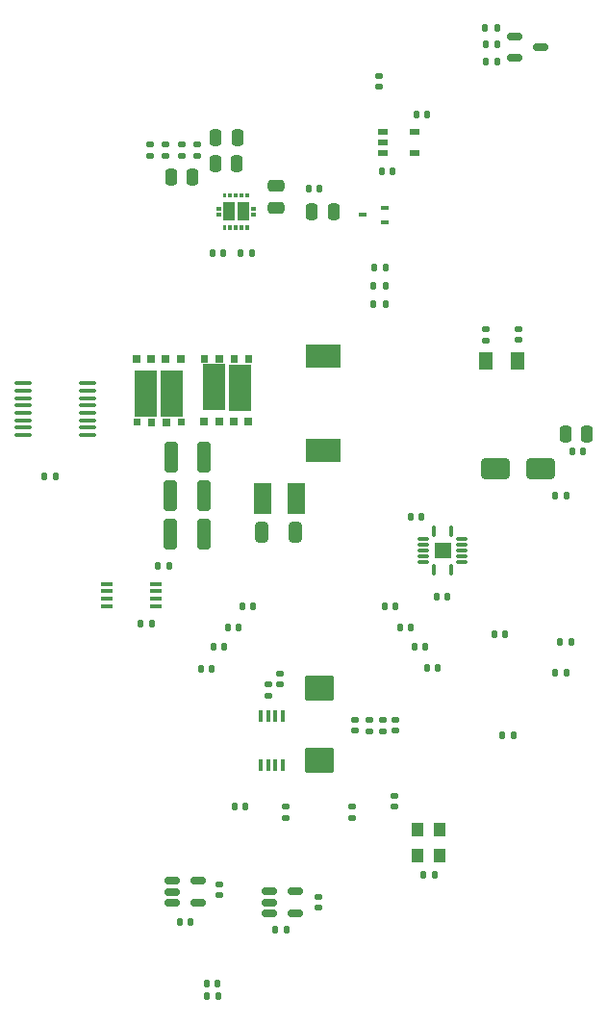
<source format=gbr>
%TF.GenerationSoftware,KiCad,Pcbnew,7.0.2*%
%TF.CreationDate,2024-01-11T01:28:16+01:00*%
%TF.ProjectId,bitaxe_RGZ_204_MOD_C,62697461-7865-45f5-9247-5a5f3230345f,rev?*%
%TF.SameCoordinates,Original*%
%TF.FileFunction,Paste,Top*%
%TF.FilePolarity,Positive*%
%FSLAX46Y46*%
G04 Gerber Fmt 4.6, Leading zero omitted, Abs format (unit mm)*
G04 Created by KiCad (PCBNEW 7.0.2) date 2024-01-11 01:28:16*
%MOMM*%
%LPD*%
G01*
G04 APERTURE LIST*
G04 Aperture macros list*
%AMRoundRect*
0 Rectangle with rounded corners*
0 $1 Rounding radius*
0 $2 $3 $4 $5 $6 $7 $8 $9 X,Y pos of 4 corners*
0 Add a 4 corners polygon primitive as box body*
4,1,4,$2,$3,$4,$5,$6,$7,$8,$9,$2,$3,0*
0 Add four circle primitives for the rounded corners*
1,1,$1+$1,$2,$3*
1,1,$1+$1,$4,$5*
1,1,$1+$1,$6,$7*
1,1,$1+$1,$8,$9*
0 Add four rect primitives between the rounded corners*
20,1,$1+$1,$2,$3,$4,$5,0*
20,1,$1+$1,$4,$5,$6,$7,0*
20,1,$1+$1,$6,$7,$8,$9,0*
20,1,$1+$1,$8,$9,$2,$3,0*%
G04 Aperture macros list end*
%ADD10C,0.010000*%
%ADD11C,0.100000*%
%ADD12C,0.001000*%
%ADD13RoundRect,0.250000X0.250000X0.475000X-0.250000X0.475000X-0.250000X-0.475000X0.250000X-0.475000X0*%
%ADD14RoundRect,0.140000X0.140000X0.170000X-0.140000X0.170000X-0.140000X-0.170000X0.140000X-0.170000X0*%
%ADD15RoundRect,0.250000X-1.000000X-0.650000X1.000000X-0.650000X1.000000X0.650000X-1.000000X0.650000X0*%
%ADD16RoundRect,0.100000X-0.637500X-0.100000X0.637500X-0.100000X0.637500X0.100000X-0.637500X0.100000X0*%
%ADD17RoundRect,0.140000X-0.170000X0.140000X-0.170000X-0.140000X0.170000X-0.140000X0.170000X0.140000X0*%
%ADD18RoundRect,0.135000X-0.185000X0.135000X-0.185000X-0.135000X0.185000X-0.135000X0.185000X0.135000X0*%
%ADD19RoundRect,0.135000X0.135000X0.185000X-0.135000X0.185000X-0.135000X-0.185000X0.135000X-0.185000X0*%
%ADD20R,0.700000X0.450000*%
%ADD21RoundRect,0.135000X-0.135000X-0.185000X0.135000X-0.185000X0.135000X0.185000X-0.135000X0.185000X0*%
%ADD22RoundRect,0.250000X-0.475000X0.250000X-0.475000X-0.250000X0.475000X-0.250000X0.475000X0.250000X0*%
%ADD23RoundRect,0.250000X-0.250000X-0.475000X0.250000X-0.475000X0.250000X0.475000X-0.250000X0.475000X0*%
%ADD24R,1.168400X1.600200*%
%ADD25RoundRect,0.150000X-0.512500X-0.150000X0.512500X-0.150000X0.512500X0.150000X-0.512500X0.150000X0*%
%ADD26RoundRect,0.140000X0.170000X-0.140000X0.170000X0.140000X-0.170000X0.140000X-0.170000X-0.140000X0*%
%ADD27R,0.400000X1.100000*%
%ADD28RoundRect,0.140000X-0.140000X-0.170000X0.140000X-0.170000X0.140000X0.170000X-0.140000X0.170000X0*%
%ADD29RoundRect,0.007800X-0.122200X0.442200X-0.122200X-0.442200X0.122200X-0.442200X0.122200X0.442200X0*%
%ADD30RoundRect,0.007800X-0.442200X-0.122200X0.442200X-0.122200X0.442200X0.122200X-0.442200X0.122200X0*%
%ADD31R,3.100000X2.000000*%
%ADD32RoundRect,0.135000X0.185000X-0.135000X0.185000X0.135000X-0.185000X0.135000X-0.185000X-0.135000X0*%
%ADD33R,1.100000X0.400000*%
%ADD34RoundRect,0.250000X-1.025000X0.875000X-1.025000X-0.875000X1.025000X-0.875000X1.025000X0.875000X0*%
%ADD35R,0.700000X0.800000*%
%ADD36R,1.600000X2.700000*%
%ADD37RoundRect,0.250000X-0.325000X-1.100000X0.325000X-1.100000X0.325000X1.100000X-0.325000X1.100000X0*%
%ADD38R,1.100000X1.300000*%
%ADD39RoundRect,0.250000X0.325000X0.650000X-0.325000X0.650000X-0.325000X-0.650000X0.325000X-0.650000X0*%
%ADD40R,0.952500X0.558800*%
G04 APERTURE END LIST*
%TO.C,U2*%
D10*
X117072000Y-99915000D02*
X115772000Y-99915000D01*
X115772000Y-98615000D01*
X117072000Y-98615000D01*
X117072000Y-99915000D01*
G36*
X117072000Y-99915000D02*
G01*
X115772000Y-99915000D01*
X115772000Y-98615000D01*
X117072000Y-98615000D01*
X117072000Y-99915000D01*
G37*
%TO.C,Q2*%
X98299600Y-82682200D02*
X97769600Y-82672200D01*
X97769600Y-82112200D01*
X98299600Y-82112200D01*
X98299600Y-82682200D01*
G36*
X98299600Y-82682200D02*
G01*
X97769600Y-82672200D01*
X97769600Y-82112200D01*
X98299600Y-82112200D01*
X98299600Y-82682200D01*
G37*
X96999600Y-82682200D02*
X96469600Y-82672200D01*
X96469600Y-82112200D01*
X96999600Y-82112200D01*
X96999600Y-82682200D01*
G36*
X96999600Y-82682200D02*
G01*
X96469600Y-82672200D01*
X96469600Y-82112200D01*
X96999600Y-82112200D01*
X96999600Y-82682200D01*
G37*
X99589600Y-82702200D02*
X99059600Y-82692200D01*
X99059600Y-82132200D01*
X99589600Y-82132200D01*
X99589600Y-82702200D01*
G36*
X99589600Y-82702200D02*
G01*
X99059600Y-82692200D01*
X99059600Y-82132200D01*
X99589600Y-82132200D01*
X99589600Y-82702200D01*
G37*
X95699600Y-82702200D02*
X95169600Y-82692200D01*
X95169600Y-82132200D01*
X95699600Y-82132200D01*
X95699600Y-82702200D01*
G36*
X95699600Y-82702200D02*
G01*
X95169600Y-82692200D01*
X95169600Y-82132200D01*
X95699600Y-82132200D01*
X95699600Y-82702200D01*
G37*
X97229600Y-86882200D02*
X95309600Y-86882200D01*
X95309600Y-82902200D01*
X97229600Y-82902200D01*
X97229600Y-86882200D01*
G36*
X97229600Y-86882200D02*
G01*
X95309600Y-86882200D01*
X95309600Y-82902200D01*
X97229600Y-82902200D01*
X97229600Y-86882200D01*
G37*
X99509600Y-86892200D02*
X97589600Y-86892200D01*
X97589600Y-82912200D01*
X99509600Y-82912200D01*
X99509600Y-86892200D01*
G36*
X99509600Y-86892200D02*
G01*
X97589600Y-86892200D01*
X97589600Y-82912200D01*
X99509600Y-82912200D01*
X99509600Y-86892200D01*
G37*
D11*
%TO.C,U9*%
X99326691Y-67872200D02*
X99076691Y-67872200D01*
X99076691Y-67872200D02*
X99076691Y-68172200D01*
X99076691Y-68172200D02*
X99326691Y-68172200D01*
X99326691Y-68172200D02*
X99326691Y-67872200D01*
G36*
X99326691Y-67872200D02*
G01*
X99076691Y-67872200D01*
X99076691Y-68172200D01*
X99326691Y-68172200D01*
X99326691Y-67872200D01*
G37*
X98826691Y-67872200D02*
X98576691Y-67872200D01*
X98576691Y-67872200D02*
X98576691Y-68172200D01*
X98576691Y-68172200D02*
X98826691Y-68172200D01*
X98826691Y-68172200D02*
X98826691Y-67872200D01*
G36*
X98826691Y-67872200D02*
G01*
X98576691Y-67872200D01*
X98576691Y-68172200D01*
X98826691Y-68172200D01*
X98826691Y-67872200D01*
G37*
X98326691Y-67872200D02*
X98076691Y-67872200D01*
X98076691Y-67872200D02*
X98076691Y-68172200D01*
X98076691Y-68172200D02*
X98326691Y-68172200D01*
X98326691Y-68172200D02*
X98326691Y-67872200D01*
G36*
X98326691Y-67872200D02*
G01*
X98076691Y-67872200D01*
X98076691Y-68172200D01*
X98326691Y-68172200D01*
X98326691Y-67872200D01*
G37*
X97826691Y-67872200D02*
X97576691Y-67872200D01*
X97576691Y-67872200D02*
X97576691Y-68172200D01*
X97576691Y-68172200D02*
X97826691Y-68172200D01*
X97826691Y-68172200D02*
X97826691Y-67872200D01*
G36*
X97826691Y-67872200D02*
G01*
X97576691Y-67872200D01*
X97576691Y-68172200D01*
X97826691Y-68172200D01*
X97826691Y-67872200D01*
G37*
X97326691Y-67872200D02*
X97076691Y-67872200D01*
X97076691Y-67872200D02*
X97076691Y-68172200D01*
X97076691Y-68172200D02*
X97326691Y-68172200D01*
X97326691Y-68172200D02*
X97326691Y-67872200D01*
G36*
X97326691Y-67872200D02*
G01*
X97076691Y-67872200D01*
X97076691Y-68172200D01*
X97326691Y-68172200D01*
X97326691Y-67872200D01*
G37*
X99326691Y-70672200D02*
X99076691Y-70672200D01*
X99076691Y-70672200D02*
X99076691Y-70972200D01*
X99076691Y-70972200D02*
X99326691Y-70972200D01*
X99326691Y-70972200D02*
X99326691Y-70672200D01*
G36*
X99326691Y-70672200D02*
G01*
X99076691Y-70672200D01*
X99076691Y-70972200D01*
X99326691Y-70972200D01*
X99326691Y-70672200D01*
G37*
X98826691Y-70672200D02*
X98576691Y-70672200D01*
X98576691Y-70672200D02*
X98576691Y-70972200D01*
X98576691Y-70972200D02*
X98826691Y-70972200D01*
X98826691Y-70972200D02*
X98826691Y-70672200D01*
G36*
X98826691Y-70672200D02*
G01*
X98576691Y-70672200D01*
X98576691Y-70972200D01*
X98826691Y-70972200D01*
X98826691Y-70672200D01*
G37*
X98326691Y-70672200D02*
X98076691Y-70672200D01*
X98076691Y-70672200D02*
X98076691Y-70972200D01*
X98076691Y-70972200D02*
X98326691Y-70972200D01*
X98326691Y-70972200D02*
X98326691Y-70672200D01*
G36*
X98326691Y-70672200D02*
G01*
X98076691Y-70672200D01*
X98076691Y-70972200D01*
X98326691Y-70972200D01*
X98326691Y-70672200D01*
G37*
X97826691Y-70672200D02*
X97576691Y-70672200D01*
X97576691Y-70672200D02*
X97576691Y-70972200D01*
X97576691Y-70972200D02*
X97826691Y-70972200D01*
X97826691Y-70972200D02*
X97826691Y-70672200D01*
G36*
X97826691Y-70672200D02*
G01*
X97576691Y-70672200D01*
X97576691Y-70972200D01*
X97826691Y-70972200D01*
X97826691Y-70672200D01*
G37*
X97326691Y-70672200D02*
X97076691Y-70672200D01*
X97076691Y-70672200D02*
X97076691Y-70972200D01*
X97076691Y-70972200D02*
X97326691Y-70972200D01*
X97326691Y-70972200D02*
X97326691Y-70672200D01*
G36*
X97326691Y-70672200D02*
G01*
X97076691Y-70672200D01*
X97076691Y-70972200D01*
X97326691Y-70972200D01*
X97326691Y-70672200D01*
G37*
D12*
X99901691Y-69297200D02*
X99531691Y-69297200D01*
X99531691Y-69047200D01*
X99901691Y-69047200D01*
X99901691Y-69297200D01*
G36*
X99901691Y-69297200D02*
G01*
X99531691Y-69297200D01*
X99531691Y-69047200D01*
X99901691Y-69047200D01*
X99901691Y-69297200D01*
G37*
X96871691Y-69297200D02*
X96501691Y-69297200D01*
X96501691Y-69047200D01*
X96871691Y-69047200D01*
X96871691Y-69297200D01*
G36*
X96871691Y-69297200D02*
G01*
X96501691Y-69297200D01*
X96501691Y-69047200D01*
X96871691Y-69047200D01*
X96871691Y-69297200D01*
G37*
X99901691Y-69797200D02*
X99531691Y-69797200D01*
X99531691Y-69547200D01*
X99901691Y-69547200D01*
X99901691Y-69797200D01*
G36*
X99901691Y-69797200D02*
G01*
X99531691Y-69797200D01*
X99531691Y-69547200D01*
X99901691Y-69547200D01*
X99901691Y-69797200D01*
G37*
X96871691Y-69797200D02*
X96501691Y-69797200D01*
X96501691Y-69547200D01*
X96871691Y-69547200D01*
X96871691Y-69797200D01*
G36*
X96871691Y-69797200D02*
G01*
X96501691Y-69797200D01*
X96501691Y-69547200D01*
X96871691Y-69547200D01*
X96871691Y-69797200D01*
G37*
X99311691Y-70132200D02*
X98376691Y-70132200D01*
X98376691Y-68682200D01*
X99311691Y-68682200D01*
X99311691Y-70132200D01*
G36*
X99311691Y-70132200D02*
G01*
X98376691Y-70132200D01*
X98376691Y-68682200D01*
X99311691Y-68682200D01*
X99311691Y-70132200D01*
G37*
X98016691Y-70132200D02*
X97081691Y-70132200D01*
X97081691Y-68682200D01*
X98016691Y-68682200D01*
X98016691Y-70132200D01*
G36*
X98016691Y-70132200D02*
G01*
X97081691Y-70132200D01*
X97081691Y-68682200D01*
X98016691Y-68682200D01*
X98016691Y-70132200D01*
G37*
%TO.C,Q1*%
D10*
X91047887Y-87688364D02*
X91047887Y-88248364D01*
X90517887Y-88248364D01*
X90517887Y-87678364D01*
X91047887Y-87688364D01*
G36*
X91047887Y-87688364D02*
G01*
X91047887Y-88248364D01*
X90517887Y-88248364D01*
X90517887Y-87678364D01*
X91047887Y-87688364D01*
G37*
X92347887Y-87688364D02*
X92347887Y-88248364D01*
X91817887Y-88248364D01*
X91817887Y-87678364D01*
X92347887Y-87688364D01*
G36*
X92347887Y-87688364D02*
G01*
X92347887Y-88248364D01*
X91817887Y-88248364D01*
X91817887Y-87678364D01*
X92347887Y-87688364D01*
G37*
X89757887Y-87668364D02*
X89757887Y-88228364D01*
X89227887Y-88228364D01*
X89227887Y-87658364D01*
X89757887Y-87668364D01*
G36*
X89757887Y-87668364D02*
G01*
X89757887Y-88228364D01*
X89227887Y-88228364D01*
X89227887Y-87658364D01*
X89757887Y-87668364D01*
G37*
X93647887Y-87668364D02*
X93647887Y-88228364D01*
X93117887Y-88228364D01*
X93117887Y-87658364D01*
X93647887Y-87668364D01*
G36*
X93647887Y-87668364D02*
G01*
X93647887Y-88228364D01*
X93117887Y-88228364D01*
X93117887Y-87658364D01*
X93647887Y-87668364D01*
G37*
X93507887Y-87458364D02*
X91587887Y-87458364D01*
X91587887Y-83478364D01*
X93507887Y-83478364D01*
X93507887Y-87458364D01*
G36*
X93507887Y-87458364D02*
G01*
X91587887Y-87458364D01*
X91587887Y-83478364D01*
X93507887Y-83478364D01*
X93507887Y-87458364D01*
G37*
X91227887Y-87448364D02*
X89307887Y-87448364D01*
X89307887Y-83468364D01*
X91227887Y-83468364D01*
X91227887Y-87448364D01*
G36*
X91227887Y-87448364D02*
G01*
X89307887Y-87448364D01*
X89307887Y-83468364D01*
X91227887Y-83468364D01*
X91227887Y-87448364D01*
G37*
%TD*%
D13*
%TO.C,C43*%
X106814000Y-69487000D03*
X104914000Y-69487000D03*
%TD*%
D14*
%TO.C,C19*%
X116836000Y-103365000D03*
X115876000Y-103365000D03*
%TD*%
D15*
%TO.C,D1*%
X121087200Y-92100400D03*
X125087200Y-92100400D03*
%TD*%
D16*
%TO.C,U8*%
X79485500Y-84587000D03*
X79485500Y-85237000D03*
X79485500Y-85887000D03*
X79485500Y-86537000D03*
X79485500Y-87187000D03*
X79485500Y-87837000D03*
X79485500Y-88487000D03*
X79485500Y-89137000D03*
X85210500Y-89137000D03*
X85210500Y-88487000D03*
X85210500Y-87837000D03*
X85210500Y-87187000D03*
X85210500Y-86537000D03*
X85210500Y-85887000D03*
X85210500Y-85237000D03*
X85210500Y-84587000D03*
%TD*%
D17*
%TO.C,C7*%
X112268000Y-114175600D03*
X112268000Y-115135600D03*
%TD*%
D18*
%TO.C,R13*%
X90649600Y-63569000D03*
X90649600Y-64589000D03*
%TD*%
D19*
%TO.C,R6*%
X122717000Y-115554000D03*
X121697000Y-115554000D03*
%TD*%
D14*
%TO.C,C1*%
X115730000Y-127810000D03*
X114770000Y-127810000D03*
%TD*%
D20*
%TO.C,Q4*%
X111370000Y-70430000D03*
X111370000Y-69130000D03*
X109370000Y-69780000D03*
%TD*%
D13*
%TO.C,C41*%
X98355400Y-63005800D03*
X96455400Y-63005800D03*
%TD*%
D21*
%TO.C,R8*%
X110365000Y-75979000D03*
X111385000Y-75979000D03*
%TD*%
D14*
%TO.C,C3*%
X114920000Y-107790000D03*
X113960000Y-107790000D03*
%TD*%
D19*
%TO.C,R5*%
X127764000Y-107304000D03*
X126744000Y-107304000D03*
%TD*%
D22*
%TO.C,C38*%
X101783000Y-67211600D03*
X101783000Y-69111600D03*
%TD*%
D17*
%TO.C,C25*%
X105540000Y-129760000D03*
X105540000Y-130720000D03*
%TD*%
D23*
%TO.C,C45*%
X92522000Y-66420000D03*
X94422000Y-66420000D03*
%TD*%
D24*
%TO.C,Y1*%
X123063000Y-82575400D03*
X120218200Y-82575400D03*
%TD*%
D25*
%TO.C,U5*%
X92615500Y-128358000D03*
X92615500Y-129308000D03*
X92615500Y-130258000D03*
X94890500Y-130258000D03*
X94890500Y-128358000D03*
%TD*%
D23*
%TO.C,C51*%
X127218400Y-89077800D03*
X129118400Y-89077800D03*
%TD*%
D25*
%TO.C,U6*%
X101182500Y-129290000D03*
X101182500Y-130240000D03*
X101182500Y-131190000D03*
X103457500Y-131190000D03*
X103457500Y-129290000D03*
%TD*%
D26*
%TO.C,C4*%
X108485000Y-122798000D03*
X108485000Y-121838000D03*
%TD*%
D27*
%TO.C,U7*%
X102371800Y-113877200D03*
X101721800Y-113877200D03*
X101071800Y-113877200D03*
X100421800Y-113877200D03*
X100421800Y-118177200D03*
X101071800Y-118177200D03*
X101721800Y-118177200D03*
X102371800Y-118177200D03*
%TD*%
D14*
%TO.C,C12*%
X99780000Y-104240000D03*
X98820000Y-104240000D03*
%TD*%
D28*
%TO.C,C52*%
X127840800Y-90576400D03*
X128800800Y-90576400D03*
%TD*%
D19*
%TO.C,R1*%
X127347000Y-110052000D03*
X126327000Y-110052000D03*
%TD*%
D26*
%TO.C,C30*%
X123102200Y-80785800D03*
X123102200Y-79825800D03*
%TD*%
D29*
%TO.C,U2*%
X115672000Y-97580000D03*
D30*
X114737000Y-98265000D03*
X114737000Y-98765000D03*
X114737000Y-99265000D03*
X114737000Y-99765000D03*
X114737000Y-100265000D03*
D29*
X115672000Y-100950000D03*
X117172000Y-100950000D03*
D30*
X118107000Y-100265000D03*
X118107000Y-99765000D03*
X118107000Y-99265000D03*
X118107000Y-98765000D03*
X118107000Y-98265000D03*
D29*
X117172000Y-97580000D03*
%TD*%
D18*
%TO.C,R10*%
X94828800Y-63573600D03*
X94828800Y-64593600D03*
%TD*%
D31*
%TO.C,L1*%
X105918000Y-82169000D03*
X105918000Y-90489000D03*
%TD*%
D32*
%TO.C,R15*%
X93465000Y-64589000D03*
X93465000Y-63569000D03*
%TD*%
D25*
%TO.C,Q3*%
X122809000Y-54041000D03*
X122809000Y-55941000D03*
X125084000Y-54991000D03*
%TD*%
D14*
%TO.C,C15*%
X98490000Y-106040000D03*
X97530000Y-106040000D03*
%TD*%
D19*
%TO.C,R16*%
X90818000Y-105695000D03*
X89798000Y-105695000D03*
%TD*%
D26*
%TO.C,C16*%
X102646000Y-122798000D03*
X102646000Y-121838000D03*
%TD*%
D14*
%TO.C,C49*%
X115080000Y-60930000D03*
X114120000Y-60930000D03*
%TD*%
%TO.C,C18*%
X96139000Y-109681000D03*
X95179000Y-109681000D03*
%TD*%
D13*
%TO.C,C40*%
X98333000Y-65268000D03*
X96433000Y-65268000D03*
%TD*%
D33*
%TO.C,U10*%
X86868000Y-102220000D03*
X86868000Y-102870000D03*
X86868000Y-103520000D03*
X86868000Y-104170000D03*
X91168000Y-104170000D03*
X91168000Y-103520000D03*
X91168000Y-102870000D03*
X91168000Y-102220000D03*
%TD*%
D28*
%TO.C,C39*%
X104650000Y-67450000D03*
X105610000Y-67450000D03*
%TD*%
D26*
%TO.C,C31*%
X120218200Y-80794800D03*
X120218200Y-79834800D03*
%TD*%
D14*
%TO.C,C35*%
X82358000Y-92812000D03*
X81398000Y-92812000D03*
%TD*%
D17*
%TO.C,C10*%
X108712000Y-114201000D03*
X108712000Y-115161000D03*
%TD*%
%TO.C,C11*%
X111150400Y-114226400D03*
X111150400Y-115186400D03*
%TD*%
D18*
%TO.C,R14*%
X92057300Y-63569000D03*
X92057300Y-64589000D03*
%TD*%
D19*
%TO.C,R19*%
X121208800Y-53279000D03*
X120188800Y-53279000D03*
%TD*%
D14*
%TO.C,C14*%
X99092000Y-121788000D03*
X98132000Y-121788000D03*
%TD*%
D34*
%TO.C,C13*%
X105600000Y-111360000D03*
X105600000Y-117760000D03*
%TD*%
D35*
%TO.C,Q2*%
X95459600Y-87954700D03*
X96757900Y-87954700D03*
X98021300Y-87954700D03*
X99319600Y-87954700D03*
%TD*%
D26*
%TO.C,C33*%
X102133400Y-111046200D03*
X102133400Y-110086200D03*
%TD*%
D21*
%TO.C,R2*%
X95640000Y-138480000D03*
X96660000Y-138480000D03*
%TD*%
D26*
%TO.C,C26*%
X110820200Y-58468200D03*
X110820200Y-57508200D03*
%TD*%
D21*
%TO.C,R17*%
X120216200Y-56279000D03*
X121236200Y-56279000D03*
%TD*%
D28*
%TO.C,C44*%
X91400000Y-100668000D03*
X92360000Y-100668000D03*
%TD*%
D19*
%TO.C,R18*%
X121234200Y-54779000D03*
X120214200Y-54779000D03*
%TD*%
D28*
%TO.C,C22*%
X93295000Y-131979000D03*
X94255000Y-131979000D03*
%TD*%
D14*
%TO.C,C21*%
X121920000Y-106680000D03*
X120960000Y-106680000D03*
%TD*%
%TO.C,C6*%
X113620000Y-106030000D03*
X112660000Y-106030000D03*
%TD*%
D36*
%TO.C,C46*%
X103559600Y-94732200D03*
X100559600Y-94732200D03*
%TD*%
D35*
%TO.C,Q1*%
X93357887Y-82405864D03*
X92059587Y-82405864D03*
X90796187Y-82405864D03*
X89497887Y-82405864D03*
%TD*%
D28*
%TO.C,C42*%
X96189800Y-73128000D03*
X97149800Y-73128000D03*
%TD*%
D37*
%TO.C,C34*%
X92514600Y-91062200D03*
X95464600Y-91062200D03*
%TD*%
D38*
%TO.C,U1*%
X116140000Y-126170000D03*
X116140000Y-123870000D03*
X114240000Y-123870000D03*
X114240000Y-126170000D03*
%TD*%
D21*
%TO.C,R12*%
X98650200Y-73123400D03*
X99670200Y-73123400D03*
%TD*%
D19*
%TO.C,R4*%
X111410000Y-74379000D03*
X110390000Y-74379000D03*
%TD*%
D14*
%TO.C,C2*%
X116020000Y-109624000D03*
X115060000Y-109624000D03*
%TD*%
D21*
%TO.C,R7*%
X110365000Y-77579000D03*
X111385000Y-77579000D03*
%TD*%
D28*
%TO.C,C23*%
X101730000Y-132610000D03*
X102690000Y-132610000D03*
%TD*%
D26*
%TO.C,C5*%
X112160000Y-121800000D03*
X112160000Y-120840000D03*
%TD*%
D32*
%TO.C,R9*%
X101092000Y-112066800D03*
X101092000Y-111046800D03*
%TD*%
D14*
%TO.C,C17*%
X97210000Y-107780000D03*
X96250000Y-107780000D03*
%TD*%
%TO.C,C8*%
X112290000Y-104240000D03*
X111330000Y-104240000D03*
%TD*%
D28*
%TO.C,C29*%
X95640000Y-137410000D03*
X96600000Y-137410000D03*
%TD*%
D19*
%TO.C,R3*%
X127382000Y-94441000D03*
X126362000Y-94441000D03*
%TD*%
D28*
%TO.C,C27*%
X111051000Y-65931000D03*
X112011000Y-65931000D03*
%TD*%
D14*
%TO.C,C20*%
X114582000Y-96355000D03*
X113622000Y-96355000D03*
%TD*%
D39*
%TO.C,C47*%
X103494600Y-97702200D03*
X100544600Y-97702200D03*
%TD*%
D17*
%TO.C,C24*%
X96763000Y-128638000D03*
X96763000Y-129598000D03*
%TD*%
D37*
%TO.C,C36*%
X92474600Y-94472200D03*
X95424600Y-94472200D03*
%TD*%
D17*
%TO.C,C9*%
X109982000Y-114230000D03*
X109982000Y-115190000D03*
%TD*%
D40*
%TO.C,U11*%
X111185050Y-62440200D03*
X111185050Y-63380000D03*
X111185050Y-64319800D03*
X113940950Y-64319800D03*
X113940950Y-62440200D03*
%TD*%
D37*
%TO.C,C37*%
X92474600Y-97832200D03*
X95424600Y-97832200D03*
%TD*%
M02*

</source>
